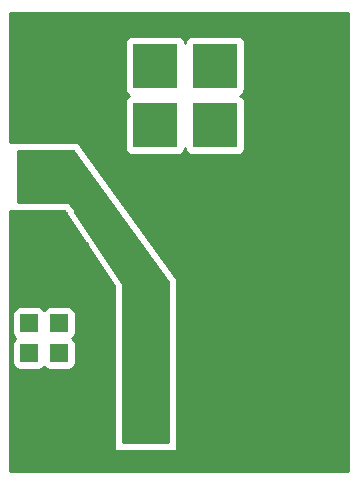
<source format=gbr>
G04 #@! TF.FileFunction,Copper,L1,Top,Signal*
%FSLAX46Y46*%
G04 Gerber Fmt 4.6, Leading zero omitted, Abs format (unit mm)*
G04 Created by KiCad (PCBNEW (2015-05-13 BZR 5653)-product) date 3. 12. 2015 8:02:28*
%MOMM*%
G01*
G04 APERTURE LIST*
%ADD10C,0.300000*%
%ADD11R,1.524000X1.524000*%
%ADD12R,3.810000X3.810000*%
%ADD13C,6.000000*%
%ADD14C,0.600000*%
%ADD15C,0.250000*%
%ADD16C,0.600000*%
%ADD17C,0.254000*%
G04 APERTURE END LIST*
D10*
D11*
X5080000Y10922000D03*
X2540000Y10922000D03*
X5080000Y13462000D03*
X2540000Y13462000D03*
D12*
X12446000Y5414000D03*
X12446000Y10414000D03*
X17526000Y5414000D03*
X17526000Y10414000D03*
D11*
X2540000Y29718000D03*
X5080000Y29718000D03*
X2540000Y27178000D03*
X5080000Y27178000D03*
X2540000Y24638000D03*
X5080000Y24638000D03*
X2540000Y22098000D03*
X5080000Y22098000D03*
D12*
X18288000Y35226000D03*
X18288000Y30226000D03*
X13208000Y35226000D03*
X13208000Y30226000D03*
D13*
X25380000Y5080000D03*
X25380000Y35560000D03*
X5080000Y35560000D03*
X5080000Y5080000D03*
D14*
X9398000Y13970000D03*
X9100706Y15125294D03*
X7366000Y20066000D03*
X5080000Y20574000D03*
X1270000Y20828000D03*
X6776226Y31750000D03*
X9144000Y31750000D03*
X5080000Y31750000D03*
X3810000Y31750000D03*
X2540000Y31750000D03*
X16764000Y23114000D03*
X17272000Y21336000D03*
X17272000Y20320000D03*
X17272000Y19304000D03*
X17272000Y18288000D03*
X8040000Y17996000D03*
X8040000Y17056000D03*
X7200000Y17056000D03*
X7200000Y17996000D03*
D15*
X7200000Y17996000D02*
X7200000Y19900000D01*
X7200000Y19900000D02*
X7366000Y20066000D01*
X2540000Y22098000D02*
X1270000Y20828000D01*
X9144000Y31750000D02*
X6776226Y31750000D01*
X3810000Y31750000D02*
X5080000Y31750000D01*
X2540000Y29718000D02*
X2540000Y31750000D01*
X17272000Y20320000D02*
X17272000Y21336000D01*
X17272000Y18288000D02*
X17272000Y19304000D01*
D16*
X7200000Y17996000D02*
X8040000Y17996000D01*
X8040000Y17996000D02*
X8040000Y17056000D01*
X8040000Y17156000D02*
X7200000Y17996000D01*
X8040000Y17056000D02*
X8040000Y17156000D01*
X7200000Y17996000D02*
X7200000Y17056000D01*
X7200000Y17056000D02*
X8040000Y17056000D01*
D17*
G36*
X14351000Y3429000D02*
X10541000Y3429000D01*
X10541000Y16802453D01*
X6484023Y22887917D01*
X6442463Y23102123D01*
X6302673Y23314927D01*
X6114810Y23441737D01*
X5909968Y23749000D01*
X1651000Y23749000D01*
X1651000Y28067000D01*
X6285328Y28067000D01*
X14351000Y16976702D01*
X14351000Y12446000D01*
X14351000Y3429000D01*
X14351000Y3429000D01*
G37*
X14351000Y3429000D02*
X10541000Y3429000D01*
X10541000Y16802453D01*
X6484023Y22887917D01*
X6442463Y23102123D01*
X6302673Y23314927D01*
X6114810Y23441737D01*
X5909968Y23749000D01*
X1651000Y23749000D01*
X1651000Y28067000D01*
X6285328Y28067000D01*
X14351000Y16976702D01*
X14351000Y12446000D01*
X14351000Y3429000D01*
G36*
X29539000Y941000D02*
X20840440Y941000D01*
X20840440Y28321000D01*
X20840440Y32131000D01*
X20793463Y32373123D01*
X20653673Y32585927D01*
X20444818Y32726907D01*
X20647927Y32860327D01*
X20790377Y33071360D01*
X20840440Y33321000D01*
X20840440Y37131000D01*
X20793463Y37373123D01*
X20653673Y37585927D01*
X20442640Y37728377D01*
X20193000Y37778440D01*
X16383000Y37778440D01*
X16140877Y37731463D01*
X15928073Y37591673D01*
X15785623Y37380640D01*
X15748205Y37194058D01*
X15713463Y37373123D01*
X15573673Y37585927D01*
X15362640Y37728377D01*
X15113000Y37778440D01*
X11303000Y37778440D01*
X11060877Y37731463D01*
X10848073Y37591673D01*
X10705623Y37380640D01*
X10655560Y37131000D01*
X10655560Y33321000D01*
X10702537Y33078877D01*
X10842327Y32866073D01*
X11051181Y32725094D01*
X10848073Y32591673D01*
X10705623Y32380640D01*
X10655560Y32131000D01*
X10655560Y28321000D01*
X10702537Y28078877D01*
X10842327Y27866073D01*
X11053360Y27723623D01*
X11303000Y27673560D01*
X15113000Y27673560D01*
X15355123Y27720537D01*
X15567927Y27860327D01*
X15710377Y28071360D01*
X15747794Y28257943D01*
X15782537Y28078877D01*
X15922327Y27866073D01*
X16133360Y27723623D01*
X16383000Y27673560D01*
X20193000Y27673560D01*
X20435123Y27720537D01*
X20647927Y27860327D01*
X20790377Y28071360D01*
X20840440Y28321000D01*
X20840440Y941000D01*
X6489440Y941000D01*
X6489440Y10160000D01*
X6489440Y11684000D01*
X6442463Y11926123D01*
X6302673Y12138927D01*
X6224458Y12191723D01*
X6296927Y12239327D01*
X6439377Y12450360D01*
X6489440Y12700000D01*
X6489440Y14224000D01*
X6442463Y14466123D01*
X6302673Y14678927D01*
X6091640Y14821377D01*
X5842000Y14871440D01*
X4318000Y14871440D01*
X4075877Y14824463D01*
X3863073Y14684673D01*
X3810277Y14606459D01*
X3762673Y14678927D01*
X3551640Y14821377D01*
X3302000Y14871440D01*
X1778000Y14871440D01*
X1535877Y14824463D01*
X1323073Y14684673D01*
X1180623Y14473640D01*
X1130560Y14224000D01*
X1130560Y12700000D01*
X1177537Y12457877D01*
X1317327Y12245073D01*
X1395541Y12192278D01*
X1323073Y12144673D01*
X1180623Y11933640D01*
X1130560Y11684000D01*
X1130560Y10160000D01*
X1177537Y9917877D01*
X1317327Y9705073D01*
X1528360Y9562623D01*
X1778000Y9512560D01*
X3302000Y9512560D01*
X3544123Y9559537D01*
X3756927Y9699327D01*
X3809722Y9777542D01*
X3857327Y9705073D01*
X4068360Y9562623D01*
X4318000Y9512560D01*
X5842000Y9512560D01*
X6084123Y9559537D01*
X6296927Y9699327D01*
X6439377Y9910360D01*
X6489440Y10160000D01*
X6489440Y941000D01*
X941000Y941000D01*
X941000Y22987000D01*
X5502158Y22987000D01*
X9779000Y16571737D01*
X9779000Y2667000D01*
X15113000Y2667000D01*
X15113000Y12446000D01*
X15113000Y17224492D01*
X6673358Y28829000D01*
X941000Y28829000D01*
X941000Y39699000D01*
X29539000Y39699000D01*
X29539000Y941000D01*
X29539000Y941000D01*
G37*
X29539000Y941000D02*
X20840440Y941000D01*
X20840440Y28321000D01*
X20840440Y32131000D01*
X20793463Y32373123D01*
X20653673Y32585927D01*
X20444818Y32726907D01*
X20647927Y32860327D01*
X20790377Y33071360D01*
X20840440Y33321000D01*
X20840440Y37131000D01*
X20793463Y37373123D01*
X20653673Y37585927D01*
X20442640Y37728377D01*
X20193000Y37778440D01*
X16383000Y37778440D01*
X16140877Y37731463D01*
X15928073Y37591673D01*
X15785623Y37380640D01*
X15748205Y37194058D01*
X15713463Y37373123D01*
X15573673Y37585927D01*
X15362640Y37728377D01*
X15113000Y37778440D01*
X11303000Y37778440D01*
X11060877Y37731463D01*
X10848073Y37591673D01*
X10705623Y37380640D01*
X10655560Y37131000D01*
X10655560Y33321000D01*
X10702537Y33078877D01*
X10842327Y32866073D01*
X11051181Y32725094D01*
X10848073Y32591673D01*
X10705623Y32380640D01*
X10655560Y32131000D01*
X10655560Y28321000D01*
X10702537Y28078877D01*
X10842327Y27866073D01*
X11053360Y27723623D01*
X11303000Y27673560D01*
X15113000Y27673560D01*
X15355123Y27720537D01*
X15567927Y27860327D01*
X15710377Y28071360D01*
X15747794Y28257943D01*
X15782537Y28078877D01*
X15922327Y27866073D01*
X16133360Y27723623D01*
X16383000Y27673560D01*
X20193000Y27673560D01*
X20435123Y27720537D01*
X20647927Y27860327D01*
X20790377Y28071360D01*
X20840440Y28321000D01*
X20840440Y941000D01*
X6489440Y941000D01*
X6489440Y10160000D01*
X6489440Y11684000D01*
X6442463Y11926123D01*
X6302673Y12138927D01*
X6224458Y12191723D01*
X6296927Y12239327D01*
X6439377Y12450360D01*
X6489440Y12700000D01*
X6489440Y14224000D01*
X6442463Y14466123D01*
X6302673Y14678927D01*
X6091640Y14821377D01*
X5842000Y14871440D01*
X4318000Y14871440D01*
X4075877Y14824463D01*
X3863073Y14684673D01*
X3810277Y14606459D01*
X3762673Y14678927D01*
X3551640Y14821377D01*
X3302000Y14871440D01*
X1778000Y14871440D01*
X1535877Y14824463D01*
X1323073Y14684673D01*
X1180623Y14473640D01*
X1130560Y14224000D01*
X1130560Y12700000D01*
X1177537Y12457877D01*
X1317327Y12245073D01*
X1395541Y12192278D01*
X1323073Y12144673D01*
X1180623Y11933640D01*
X1130560Y11684000D01*
X1130560Y10160000D01*
X1177537Y9917877D01*
X1317327Y9705073D01*
X1528360Y9562623D01*
X1778000Y9512560D01*
X3302000Y9512560D01*
X3544123Y9559537D01*
X3756927Y9699327D01*
X3809722Y9777542D01*
X3857327Y9705073D01*
X4068360Y9562623D01*
X4318000Y9512560D01*
X5842000Y9512560D01*
X6084123Y9559537D01*
X6296927Y9699327D01*
X6439377Y9910360D01*
X6489440Y10160000D01*
X6489440Y941000D01*
X941000Y941000D01*
X941000Y22987000D01*
X5502158Y22987000D01*
X9779000Y16571737D01*
X9779000Y2667000D01*
X15113000Y2667000D01*
X15113000Y12446000D01*
X15113000Y17224492D01*
X6673358Y28829000D01*
X941000Y28829000D01*
X941000Y39699000D01*
X29539000Y39699000D01*
X29539000Y941000D01*
M02*

</source>
